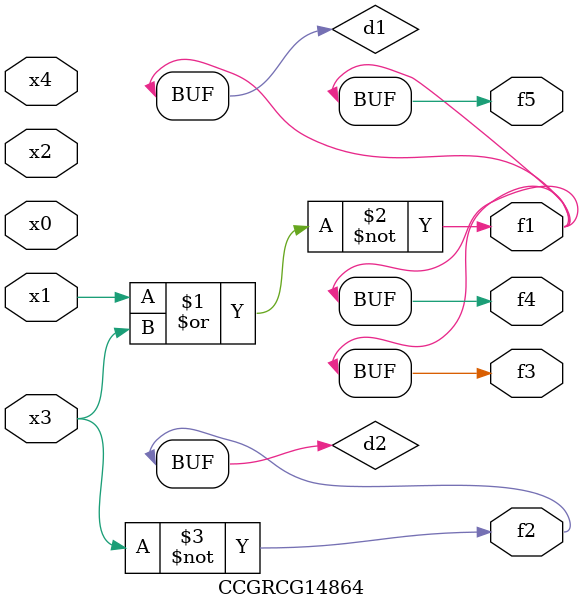
<source format=v>
module CCGRCG14864(
	input x0, x1, x2, x3, x4,
	output f1, f2, f3, f4, f5
);

	wire d1, d2;

	nor (d1, x1, x3);
	not (d2, x3);
	assign f1 = d1;
	assign f2 = d2;
	assign f3 = d1;
	assign f4 = d1;
	assign f5 = d1;
endmodule

</source>
